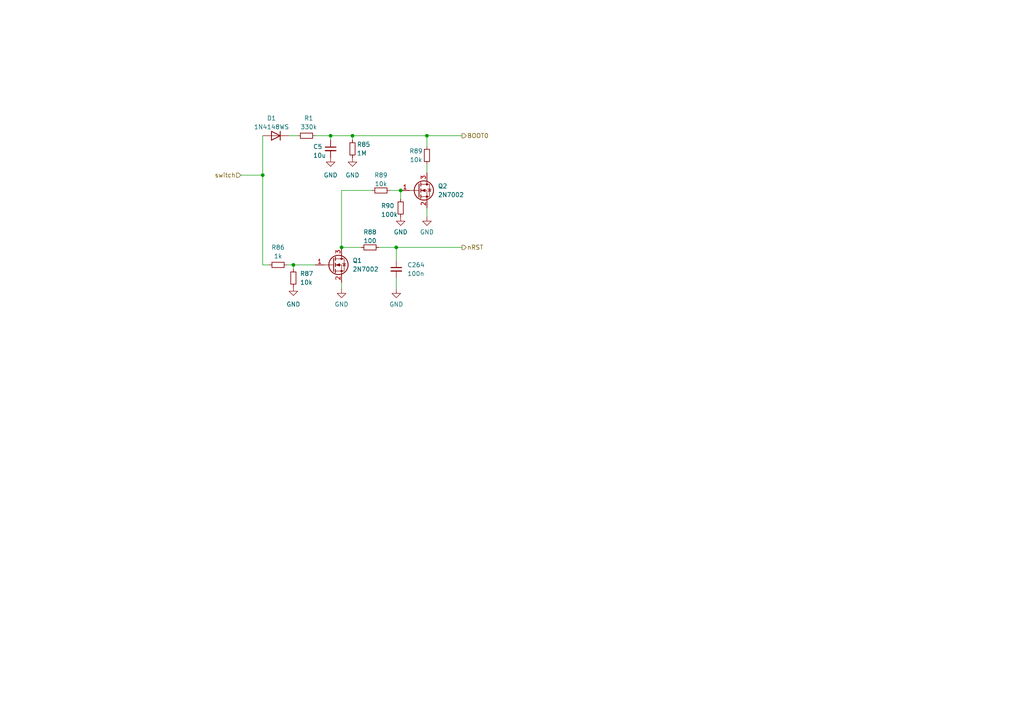
<source format=kicad_sch>
(kicad_sch (version 20230121) (generator eeschema)

  (uuid 848e2597-b974-4607-860e-2a86a8ec5f88)

  (paper "A4")

  (lib_symbols
    (symbol "Device:C_Small" (pin_numbers hide) (pin_names (offset 0.254) hide) (in_bom yes) (on_board yes)
      (property "Reference" "C" (at 0.254 1.778 0)
        (effects (font (size 1.27 1.27)) (justify left))
      )
      (property "Value" "C_Small" (at 0.254 -2.032 0)
        (effects (font (size 1.27 1.27)) (justify left))
      )
      (property "Footprint" "" (at 0 0 0)
        (effects (font (size 1.27 1.27)) hide)
      )
      (property "Datasheet" "~" (at 0 0 0)
        (effects (font (size 1.27 1.27)) hide)
      )
      (property "ki_keywords" "capacitor cap" (at 0 0 0)
        (effects (font (size 1.27 1.27)) hide)
      )
      (property "ki_description" "Unpolarized capacitor, small symbol" (at 0 0 0)
        (effects (font (size 1.27 1.27)) hide)
      )
      (property "ki_fp_filters" "C_*" (at 0 0 0)
        (effects (font (size 1.27 1.27)) hide)
      )
      (symbol "C_Small_0_1"
        (polyline
          (pts
            (xy -1.524 -0.508)
            (xy 1.524 -0.508)
          )
          (stroke (width 0.3302) (type default))
          (fill (type none))
        )
        (polyline
          (pts
            (xy -1.524 0.508)
            (xy 1.524 0.508)
          )
          (stroke (width 0.3048) (type default))
          (fill (type none))
        )
      )
      (symbol "C_Small_1_1"
        (pin passive line (at 0 2.54 270) (length 2.032)
          (name "~" (effects (font (size 1.27 1.27))))
          (number "1" (effects (font (size 1.27 1.27))))
        )
        (pin passive line (at 0 -2.54 90) (length 2.032)
          (name "~" (effects (font (size 1.27 1.27))))
          (number "2" (effects (font (size 1.27 1.27))))
        )
      )
    )
    (symbol "Device:R_Small" (pin_numbers hide) (pin_names (offset 0.254) hide) (in_bom yes) (on_board yes)
      (property "Reference" "R" (at 0.762 0.508 0)
        (effects (font (size 1.27 1.27)) (justify left))
      )
      (property "Value" "R_Small" (at 0.762 -1.016 0)
        (effects (font (size 1.27 1.27)) (justify left))
      )
      (property "Footprint" "" (at 0 0 0)
        (effects (font (size 1.27 1.27)) hide)
      )
      (property "Datasheet" "~" (at 0 0 0)
        (effects (font (size 1.27 1.27)) hide)
      )
      (property "ki_keywords" "R resistor" (at 0 0 0)
        (effects (font (size 1.27 1.27)) hide)
      )
      (property "ki_description" "Resistor, small symbol" (at 0 0 0)
        (effects (font (size 1.27 1.27)) hide)
      )
      (property "ki_fp_filters" "R_*" (at 0 0 0)
        (effects (font (size 1.27 1.27)) hide)
      )
      (symbol "R_Small_0_1"
        (rectangle (start -0.762 1.778) (end 0.762 -1.778)
          (stroke (width 0.2032) (type default))
          (fill (type none))
        )
      )
      (symbol "R_Small_1_1"
        (pin passive line (at 0 2.54 270) (length 0.762)
          (name "~" (effects (font (size 1.27 1.27))))
          (number "1" (effects (font (size 1.27 1.27))))
        )
        (pin passive line (at 0 -2.54 90) (length 0.762)
          (name "~" (effects (font (size 1.27 1.27))))
          (number "2" (effects (font (size 1.27 1.27))))
        )
      )
    )
    (symbol "Diode:1N4148WS" (pin_numbers hide) (pin_names hide) (in_bom yes) (on_board yes)
      (property "Reference" "D" (at 0 2.54 0)
        (effects (font (size 1.27 1.27)))
      )
      (property "Value" "1N4148WS" (at 0 -2.54 0)
        (effects (font (size 1.27 1.27)))
      )
      (property "Footprint" "Diode_SMD:D_SOD-323" (at 0 -4.445 0)
        (effects (font (size 1.27 1.27)) hide)
      )
      (property "Datasheet" "https://www.vishay.com/docs/85751/1n4148ws.pdf" (at 0 0 0)
        (effects (font (size 1.27 1.27)) hide)
      )
      (property "Sim.Device" "D" (at 0 0 0)
        (effects (font (size 1.27 1.27)) hide)
      )
      (property "Sim.Pins" "1=K 2=A" (at 0 0 0)
        (effects (font (size 1.27 1.27)) hide)
      )
      (property "ki_keywords" "diode" (at 0 0 0)
        (effects (font (size 1.27 1.27)) hide)
      )
      (property "ki_description" "75V 0.15A Fast switching Diode, SOD-323" (at 0 0 0)
        (effects (font (size 1.27 1.27)) hide)
      )
      (property "ki_fp_filters" "D*SOD?323*" (at 0 0 0)
        (effects (font (size 1.27 1.27)) hide)
      )
      (symbol "1N4148WS_0_1"
        (polyline
          (pts
            (xy -1.27 1.27)
            (xy -1.27 -1.27)
          )
          (stroke (width 0.254) (type default))
          (fill (type none))
        )
        (polyline
          (pts
            (xy 1.27 0)
            (xy -1.27 0)
          )
          (stroke (width 0) (type default))
          (fill (type none))
        )
        (polyline
          (pts
            (xy 1.27 1.27)
            (xy 1.27 -1.27)
            (xy -1.27 0)
            (xy 1.27 1.27)
          )
          (stroke (width 0.254) (type default))
          (fill (type none))
        )
      )
      (symbol "1N4148WS_1_1"
        (pin passive line (at -3.81 0 0) (length 2.54)
          (name "K" (effects (font (size 1.27 1.27))))
          (number "1" (effects (font (size 1.27 1.27))))
        )
        (pin passive line (at 3.81 0 180) (length 2.54)
          (name "A" (effects (font (size 1.27 1.27))))
          (number "2" (effects (font (size 1.27 1.27))))
        )
      )
    )
    (symbol "Transistor_FET:2N7002" (pin_names hide) (in_bom yes) (on_board yes)
      (property "Reference" "Q" (at 5.08 1.905 0)
        (effects (font (size 1.27 1.27)) (justify left))
      )
      (property "Value" "2N7002" (at 5.08 0 0)
        (effects (font (size 1.27 1.27)) (justify left))
      )
      (property "Footprint" "Package_TO_SOT_SMD:SOT-23" (at 5.08 -1.905 0)
        (effects (font (size 1.27 1.27) italic) (justify left) hide)
      )
      (property "Datasheet" "https://www.onsemi.com/pub/Collateral/NDS7002A-D.PDF" (at 0 0 0)
        (effects (font (size 1.27 1.27)) (justify left) hide)
      )
      (property "ki_keywords" "N-Channel Switching MOSFET" (at 0 0 0)
        (effects (font (size 1.27 1.27)) hide)
      )
      (property "ki_description" "0.115A Id, 60V Vds, N-Channel MOSFET, SOT-23" (at 0 0 0)
        (effects (font (size 1.27 1.27)) hide)
      )
      (property "ki_fp_filters" "SOT?23*" (at 0 0 0)
        (effects (font (size 1.27 1.27)) hide)
      )
      (symbol "2N7002_0_1"
        (polyline
          (pts
            (xy 0.254 0)
            (xy -2.54 0)
          )
          (stroke (width 0) (type default))
          (fill (type none))
        )
        (polyline
          (pts
            (xy 0.254 1.905)
            (xy 0.254 -1.905)
          )
          (stroke (width 0.254) (type default))
          (fill (type none))
        )
        (polyline
          (pts
            (xy 0.762 -1.27)
            (xy 0.762 -2.286)
          )
          (stroke (width 0.254) (type default))
          (fill (type none))
        )
        (polyline
          (pts
            (xy 0.762 0.508)
            (xy 0.762 -0.508)
          )
          (stroke (width 0.254) (type default))
          (fill (type none))
        )
        (polyline
          (pts
            (xy 0.762 2.286)
            (xy 0.762 1.27)
          )
          (stroke (width 0.254) (type default))
          (fill (type none))
        )
        (polyline
          (pts
            (xy 2.54 2.54)
            (xy 2.54 1.778)
          )
          (stroke (width 0) (type default))
          (fill (type none))
        )
        (polyline
          (pts
            (xy 2.54 -2.54)
            (xy 2.54 0)
            (xy 0.762 0)
          )
          (stroke (width 0) (type default))
          (fill (type none))
        )
        (polyline
          (pts
            (xy 0.762 -1.778)
            (xy 3.302 -1.778)
            (xy 3.302 1.778)
            (xy 0.762 1.778)
          )
          (stroke (width 0) (type default))
          (fill (type none))
        )
        (polyline
          (pts
            (xy 1.016 0)
            (xy 2.032 0.381)
            (xy 2.032 -0.381)
            (xy 1.016 0)
          )
          (stroke (width 0) (type default))
          (fill (type outline))
        )
        (polyline
          (pts
            (xy 2.794 0.508)
            (xy 2.921 0.381)
            (xy 3.683 0.381)
            (xy 3.81 0.254)
          )
          (stroke (width 0) (type default))
          (fill (type none))
        )
        (polyline
          (pts
            (xy 3.302 0.381)
            (xy 2.921 -0.254)
            (xy 3.683 -0.254)
            (xy 3.302 0.381)
          )
          (stroke (width 0) (type default))
          (fill (type none))
        )
        (circle (center 1.651 0) (radius 2.794)
          (stroke (width 0.254) (type default))
          (fill (type none))
        )
        (circle (center 2.54 -1.778) (radius 0.254)
          (stroke (width 0) (type default))
          (fill (type outline))
        )
        (circle (center 2.54 1.778) (radius 0.254)
          (stroke (width 0) (type default))
          (fill (type outline))
        )
      )
      (symbol "2N7002_1_1"
        (pin input line (at -5.08 0 0) (length 2.54)
          (name "G" (effects (font (size 1.27 1.27))))
          (number "1" (effects (font (size 1.27 1.27))))
        )
        (pin passive line (at 2.54 -5.08 90) (length 2.54)
          (name "S" (effects (font (size 1.27 1.27))))
          (number "2" (effects (font (size 1.27 1.27))))
        )
        (pin passive line (at 2.54 5.08 270) (length 2.54)
          (name "D" (effects (font (size 1.27 1.27))))
          (number "3" (effects (font (size 1.27 1.27))))
        )
      )
    )
    (symbol "power:GND" (power) (pin_names (offset 0)) (in_bom yes) (on_board yes)
      (property "Reference" "#PWR" (at 0 -6.35 0)
        (effects (font (size 1.27 1.27)) hide)
      )
      (property "Value" "GND" (at 0 -3.81 0)
        (effects (font (size 1.27 1.27)))
      )
      (property "Footprint" "" (at 0 0 0)
        (effects (font (size 1.27 1.27)) hide)
      )
      (property "Datasheet" "" (at 0 0 0)
        (effects (font (size 1.27 1.27)) hide)
      )
      (property "ki_keywords" "global power" (at 0 0 0)
        (effects (font (size 1.27 1.27)) hide)
      )
      (property "ki_description" "Power symbol creates a global label with name \"GND\" , ground" (at 0 0 0)
        (effects (font (size 1.27 1.27)) hide)
      )
      (symbol "GND_0_1"
        (polyline
          (pts
            (xy 0 0)
            (xy 0 -1.27)
            (xy 1.27 -1.27)
            (xy 0 -2.54)
            (xy -1.27 -1.27)
            (xy 0 -1.27)
          )
          (stroke (width 0) (type default))
          (fill (type none))
        )
      )
      (symbol "GND_1_1"
        (pin power_in line (at 0 0 270) (length 0) hide
          (name "GND" (effects (font (size 1.27 1.27))))
          (number "1" (effects (font (size 1.27 1.27))))
        )
      )
    )
  )

  (junction (at 99.06 71.755) (diameter 0) (color 0 0 0 0)
    (uuid 2478734a-1d52-4a73-9979-d54f3870d53b)
  )
  (junction (at 95.885 39.37) (diameter 0) (color 0 0 0 0)
    (uuid 33c4c512-08c5-40b8-b1cd-370e60765580)
  )
  (junction (at 116.205 55.245) (diameter 0) (color 0 0 0 0)
    (uuid bb4ad36c-a31c-4386-a717-610d137428fc)
  )
  (junction (at 76.2 50.8) (diameter 0) (color 0 0 0 0)
    (uuid bd8704a7-51d3-403e-aff3-45ea364c43d9)
  )
  (junction (at 123.825 39.37) (diameter 0) (color 0 0 0 0)
    (uuid dfd9b11d-c799-43e9-9ce8-6cf08d67a494)
  )
  (junction (at 85.09 76.835) (diameter 0) (color 0 0 0 0)
    (uuid e3361ed4-6c1c-4237-bd75-e1a299ae0b89)
  )
  (junction (at 102.235 39.37) (diameter 0) (color 0 0 0 0)
    (uuid f9eacb6a-5011-4aab-95ba-5f2f3b2b5b92)
  )
  (junction (at 114.935 71.755) (diameter 0) (color 0 0 0 0)
    (uuid fb5af72d-38dc-4ecb-b199-cd592d6e41e0)
  )

  (wire (pts (xy 76.2 50.8) (xy 76.2 76.835))
    (stroke (width 0) (type default))
    (uuid 00669ab2-d4d7-468c-8d0f-838a5846580c)
  )
  (wire (pts (xy 123.825 39.37) (xy 102.235 39.37))
    (stroke (width 0) (type default))
    (uuid 05ce029f-faf4-4d77-ba3e-2b3a32e98e72)
  )
  (wire (pts (xy 76.2 76.835) (xy 78.105 76.835))
    (stroke (width 0) (type default))
    (uuid 06965eb4-d132-4c61-a17e-7268c6a2c92b)
  )
  (wire (pts (xy 99.06 83.82) (xy 99.06 81.915))
    (stroke (width 0) (type default))
    (uuid 100520e5-4308-451c-abe1-ceca439a5d55)
  )
  (wire (pts (xy 123.825 39.37) (xy 133.985 39.37))
    (stroke (width 0) (type default))
    (uuid 23152f1e-3758-4259-96d2-2e88c1d688d6)
  )
  (wire (pts (xy 114.935 71.755) (xy 114.935 75.565))
    (stroke (width 0) (type default))
    (uuid 337b5ee0-66a0-4768-ad8b-4417bfacd8dc)
  )
  (wire (pts (xy 95.885 39.37) (xy 95.885 40.64))
    (stroke (width 0) (type default))
    (uuid 3506b2d6-4c01-47d0-ade0-eb1adadcb9ed)
  )
  (wire (pts (xy 86.36 39.37) (xy 83.82 39.37))
    (stroke (width 0) (type default))
    (uuid 3ea3cb67-530f-4c85-9a4f-eb9de0155fa3)
  )
  (wire (pts (xy 123.825 62.865) (xy 123.825 60.325))
    (stroke (width 0) (type default))
    (uuid 46496a79-cabb-4652-8811-344bcad0461e)
  )
  (wire (pts (xy 85.09 76.835) (xy 85.09 78.105))
    (stroke (width 0) (type default))
    (uuid 4e93955f-facf-46c7-b482-50bc245ef04b)
  )
  (wire (pts (xy 102.235 39.37) (xy 95.885 39.37))
    (stroke (width 0) (type default))
    (uuid 53195ca9-8a11-4265-a1de-42d2bd1de463)
  )
  (wire (pts (xy 99.06 55.245) (xy 107.95 55.245))
    (stroke (width 0) (type default))
    (uuid 5f91d58b-3479-4c23-b962-47695fd90a12)
  )
  (wire (pts (xy 116.205 57.785) (xy 116.205 55.245))
    (stroke (width 0) (type default))
    (uuid 6c37634f-e338-48a2-b2d6-ebe499258558)
  )
  (wire (pts (xy 102.235 40.64) (xy 102.235 39.37))
    (stroke (width 0) (type default))
    (uuid 7fe4d8dd-5860-49cd-b72f-dade42654c46)
  )
  (wire (pts (xy 99.06 55.245) (xy 99.06 71.755))
    (stroke (width 0) (type default))
    (uuid 8605a4a1-9e42-4fb4-92a5-810082f88156)
  )
  (wire (pts (xy 114.935 80.645) (xy 114.935 83.82))
    (stroke (width 0) (type default))
    (uuid 8ae9e87a-3d1b-479e-8dc3-ecf81824e55e)
  )
  (wire (pts (xy 69.85 50.8) (xy 76.2 50.8))
    (stroke (width 0) (type default))
    (uuid 9a2090c5-a1aa-40a9-bcb3-3451b9d668a4)
  )
  (wire (pts (xy 109.855 71.755) (xy 114.935 71.755))
    (stroke (width 0) (type default))
    (uuid a8e5ff97-b768-4600-a229-2ab5b4c4fc52)
  )
  (wire (pts (xy 76.2 39.37) (xy 76.2 50.8))
    (stroke (width 0) (type default))
    (uuid b4f2ae4a-6061-4769-ba8c-0a8499dd039d)
  )
  (wire (pts (xy 114.935 71.755) (xy 133.985 71.755))
    (stroke (width 0) (type default))
    (uuid c9f47f01-4289-4269-8380-07ca7b42365b)
  )
  (wire (pts (xy 123.825 47.625) (xy 123.825 50.165))
    (stroke (width 0) (type default))
    (uuid ca84f99f-4a56-4e57-89f9-6bad00ca5c8d)
  )
  (wire (pts (xy 99.06 71.755) (xy 104.775 71.755))
    (stroke (width 0) (type default))
    (uuid d9566ce7-c709-4bb2-bad8-5f419aa0b003)
  )
  (wire (pts (xy 113.03 55.245) (xy 116.205 55.245))
    (stroke (width 0) (type default))
    (uuid df4cfaee-0d8d-4686-b4e7-931445199905)
  )
  (wire (pts (xy 123.825 42.545) (xy 123.825 39.37))
    (stroke (width 0) (type default))
    (uuid ea32b608-c6b9-4176-a54f-2670451e4c9d)
  )
  (wire (pts (xy 85.09 76.835) (xy 91.44 76.835))
    (stroke (width 0) (type default))
    (uuid efc1bbb5-1bae-4bbe-835e-6311c9d71eb0)
  )
  (wire (pts (xy 91.44 39.37) (xy 95.885 39.37))
    (stroke (width 0) (type default))
    (uuid f693d2c2-79d3-4fbe-aa98-f40381c9b2dc)
  )
  (wire (pts (xy 83.185 76.835) (xy 85.09 76.835))
    (stroke (width 0) (type default))
    (uuid f70aa731-2ed0-4910-8cd6-8140db345818)
  )

  (hierarchical_label "nRST" (shape output) (at 133.985 71.755 0) (fields_autoplaced)
    (effects (font (size 1.27 1.27)) (justify left))
    (uuid 2682be64-20cb-416d-8750-4971ccfdd9f6)
  )
  (hierarchical_label "switch" (shape input) (at 69.85 50.8 180) (fields_autoplaced)
    (effects (font (size 1.27 1.27)) (justify right))
    (uuid 5799c47d-394c-46f8-aa23-474509fa517c)
  )
  (hierarchical_label "BOOT0" (shape output) (at 133.985 39.37 0) (fields_autoplaced)
    (effects (font (size 1.27 1.27)) (justify left))
    (uuid 80ff0e4a-cbef-4e88-a850-93d2c5fdf730)
  )

  (symbol (lib_id "power:GND") (at 102.235 45.72 0) (unit 1)
    (in_bom yes) (on_board yes) (dnp no) (fields_autoplaced)
    (uuid 10ea9e1d-78f4-4c9b-a689-cd002c2a6a8c)
    (property "Reference" "#PWR012" (at 102.235 52.07 0)
      (effects (font (size 1.27 1.27)) hide)
    )
    (property "Value" "GND" (at 102.235 50.8 0)
      (effects (font (size 1.27 1.27)))
    )
    (property "Footprint" "" (at 102.235 45.72 0)
      (effects (font (size 1.27 1.27)) hide)
    )
    (property "Datasheet" "" (at 102.235 45.72 0)
      (effects (font (size 1.27 1.27)) hide)
    )
    (pin "1" (uuid 04d07037-da55-4c8d-a142-359cffb239a3))
    (instances
      (project "Arius80-HE"
        (path "/bb706f4b-6d11-4e29-ae30-1a1ffddaf9f4/6349091e-acc6-402a-aa1e-51e6c0263a46"
          (reference "#PWR012") (unit 1)
        )
      )
    )
  )

  (symbol (lib_id "Device:R_Small") (at 110.49 55.245 90) (unit 1)
    (in_bom yes) (on_board yes) (dnp no)
    (uuid 168d78c3-1e7a-4d05-8c83-3bbfb24884c0)
    (property "Reference" "R89" (at 110.49 50.8 90)
      (effects (font (size 1.27 1.27)))
    )
    (property "Value" "10k" (at 110.49 53.34 90)
      (effects (font (size 1.27 1.27)))
    )
    (property "Footprint" "Resistor_SMD:R_0402_1005Metric" (at 110.49 55.245 0)
      (effects (font (size 1.27 1.27)) hide)
    )
    (property "Datasheet" "~" (at 110.49 55.245 0)
      (effects (font (size 1.27 1.27)) hide)
    )
    (pin "1" (uuid aa7e91b6-ba2b-423a-923c-d9137a5c6fb4))
    (pin "2" (uuid d0438576-5e25-48ec-9234-ab20a741d9a8))
    (instances
      (project "Arius80-HE"
        (path "/bb706f4b-6d11-4e29-ae30-1a1ffddaf9f4"
          (reference "R89") (unit 1)
        )
        (path "/bb706f4b-6d11-4e29-ae30-1a1ffddaf9f4/6349091e-acc6-402a-aa1e-51e6c0263a46"
          (reference "R92") (unit 1)
        )
      )
    )
  )

  (symbol (lib_id "power:GND") (at 114.935 83.82 0) (unit 1)
    (in_bom yes) (on_board yes) (dnp no) (fields_autoplaced)
    (uuid 26830ae0-f747-4215-96a9-15565744eaf4)
    (property "Reference" "#PWR0615" (at 114.935 90.17 0)
      (effects (font (size 1.27 1.27)) hide)
    )
    (property "Value" "GND" (at 114.935 88.265 0)
      (effects (font (size 1.27 1.27)))
    )
    (property "Footprint" "" (at 114.935 83.82 0)
      (effects (font (size 1.27 1.27)) hide)
    )
    (property "Datasheet" "" (at 114.935 83.82 0)
      (effects (font (size 1.27 1.27)) hide)
    )
    (pin "1" (uuid 2de00e6d-e76d-46b1-b91a-3861b689bd3f))
    (instances
      (project "Arius80-HE"
        (path "/bb706f4b-6d11-4e29-ae30-1a1ffddaf9f4"
          (reference "#PWR0615") (unit 1)
        )
        (path "/bb706f4b-6d11-4e29-ae30-1a1ffddaf9f4/6349091e-acc6-402a-aa1e-51e6c0263a46"
          (reference "#PWR0389") (unit 1)
        )
      )
    )
  )

  (symbol (lib_id "power:GND") (at 85.09 83.185 0) (unit 1)
    (in_bom yes) (on_board yes) (dnp no) (fields_autoplaced)
    (uuid 31f42d44-b55e-47e2-9f3c-9ebb42e89873)
    (property "Reference" "#PWR0614" (at 85.09 89.535 0)
      (effects (font (size 1.27 1.27)) hide)
    )
    (property "Value" "GND" (at 85.09 88.265 0)
      (effects (font (size 1.27 1.27)))
    )
    (property "Footprint" "" (at 85.09 83.185 0)
      (effects (font (size 1.27 1.27)) hide)
    )
    (property "Datasheet" "" (at 85.09 83.185 0)
      (effects (font (size 1.27 1.27)) hide)
    )
    (pin "1" (uuid 9b0ef630-eb04-473f-b447-37fe99697441))
    (instances
      (project "Arius80-HE"
        (path "/bb706f4b-6d11-4e29-ae30-1a1ffddaf9f4"
          (reference "#PWR0614") (unit 1)
        )
        (path "/bb706f4b-6d11-4e29-ae30-1a1ffddaf9f4/6349091e-acc6-402a-aa1e-51e6c0263a46"
          (reference "#PWR0387") (unit 1)
        )
      )
    )
  )

  (symbol (lib_id "Transistor_FET:2N7002") (at 121.285 55.245 0) (unit 1)
    (in_bom yes) (on_board yes) (dnp no) (fields_autoplaced)
    (uuid 3a082535-fad9-4ef7-92fb-022597c94f89)
    (property "Reference" "Q2" (at 127 53.975 0)
      (effects (font (size 1.27 1.27)) (justify left))
    )
    (property "Value" "2N7002" (at 127 56.515 0)
      (effects (font (size 1.27 1.27)) (justify left))
    )
    (property "Footprint" "Package_TO_SOT_SMD:SOT-23" (at 126.365 57.15 0)
      (effects (font (size 1.27 1.27) italic) (justify left) hide)
    )
    (property "Datasheet" "https://www.onsemi.com/pub/Collateral/NDS7002A-D.PDF" (at 121.285 55.245 0)
      (effects (font (size 1.27 1.27)) (justify left) hide)
    )
    (pin "1" (uuid 39e81baa-d1ef-40f5-9e0a-bd16fb512edb))
    (pin "2" (uuid 43a6cf32-c65e-4425-92ff-5fcda21ce91e))
    (pin "3" (uuid b3c7fe61-b20b-4f15-bee9-aa6b83094d05))
    (instances
      (project "Arius80-HE"
        (path "/bb706f4b-6d11-4e29-ae30-1a1ffddaf9f4"
          (reference "Q2") (unit 1)
        )
        (path "/bb706f4b-6d11-4e29-ae30-1a1ffddaf9f4/6349091e-acc6-402a-aa1e-51e6c0263a46"
          (reference "Q1") (unit 1)
        )
      )
    )
  )

  (symbol (lib_id "Device:R_Small") (at 88.9 39.37 90) (unit 1)
    (in_bom yes) (on_board yes) (dnp no)
    (uuid 3a31e901-1ff7-41f3-9253-d764f2bb2293)
    (property "Reference" "R1" (at 89.535 34.29 90)
      (effects (font (size 1.27 1.27)))
    )
    (property "Value" "330k" (at 89.535 36.83 90)
      (effects (font (size 1.27 1.27)))
    )
    (property "Footprint" "Resistor_SMD:R_0603_1608Metric" (at 88.9 39.37 0)
      (effects (font (size 1.27 1.27)) hide)
    )
    (property "Datasheet" "~" (at 88.9 39.37 0)
      (effects (font (size 1.27 1.27)) hide)
    )
    (pin "1" (uuid 10238b3e-4b1b-4b41-827f-4070b68d6fbc))
    (pin "2" (uuid 6c9d3b16-b5b1-4297-9edd-ca02d5bd578e))
    (instances
      (project "Arius80-HE"
        (path "/bb706f4b-6d11-4e29-ae30-1a1ffddaf9f4"
          (reference "R1") (unit 1)
        )
        (path "/bb706f4b-6d11-4e29-ae30-1a1ffddaf9f4/6349091e-acc6-402a-aa1e-51e6c0263a46"
          (reference "R89") (unit 1)
        )
      )
    )
  )

  (symbol (lib_id "Device:C_Small") (at 95.885 43.18 0) (unit 1)
    (in_bom yes) (on_board yes) (dnp no)
    (uuid 3aca01a3-439b-491e-8497-32fa44636013)
    (property "Reference" "C5" (at 90.805 42.545 0)
      (effects (font (size 1.27 1.27)) (justify left))
    )
    (property "Value" "10u" (at 90.805 45.085 0)
      (effects (font (size 1.27 1.27)) (justify left))
    )
    (property "Footprint" "Capacitor_SMD:C_1206_3216Metric" (at 95.885 43.18 0)
      (effects (font (size 1.27 1.27)) hide)
    )
    (property "Datasheet" "~" (at 95.885 43.18 0)
      (effects (font (size 1.27 1.27)) hide)
    )
    (pin "1" (uuid cee6ba4e-3d41-46df-b136-be088ad802e0))
    (pin "2" (uuid c37a379b-f800-4040-9b36-9b8a0110685d))
    (instances
      (project "Arius80-HE"
        (path "/bb706f4b-6d11-4e29-ae30-1a1ffddaf9f4"
          (reference "C5") (unit 1)
        )
        (path "/bb706f4b-6d11-4e29-ae30-1a1ffddaf9f4/6349091e-acc6-402a-aa1e-51e6c0263a46"
          (reference "C191") (unit 1)
        )
      )
    )
  )

  (symbol (lib_id "Device:R_Small") (at 116.205 60.325 0) (unit 1)
    (in_bom yes) (on_board yes) (dnp no)
    (uuid 5debd637-1f66-4c9f-95ad-aff63cbdc39f)
    (property "Reference" "R90" (at 110.49 59.69 0)
      (effects (font (size 1.27 1.27)) (justify left))
    )
    (property "Value" "100k" (at 110.49 62.23 0)
      (effects (font (size 1.27 1.27)) (justify left))
    )
    (property "Footprint" "Resistor_SMD:R_0402_1005Metric" (at 116.205 60.325 0)
      (effects (font (size 1.27 1.27)) hide)
    )
    (property "Datasheet" "~" (at 116.205 60.325 0)
      (effects (font (size 1.27 1.27)) hide)
    )
    (pin "1" (uuid 9bc4e084-6acc-472a-aa51-37a20b29bbd3))
    (pin "2" (uuid 0060c4f8-a500-46f3-9d88-65228822d5af))
    (instances
      (project "Arius80-HE"
        (path "/bb706f4b-6d11-4e29-ae30-1a1ffddaf9f4"
          (reference "R90") (unit 1)
        )
        (path "/bb706f4b-6d11-4e29-ae30-1a1ffddaf9f4/6349091e-acc6-402a-aa1e-51e6c0263a46"
          (reference "R93") (unit 1)
        )
      )
    )
  )

  (symbol (lib_id "Device:R_Small") (at 80.645 76.835 90) (unit 1)
    (in_bom yes) (on_board yes) (dnp no) (fields_autoplaced)
    (uuid 6527d9f4-17b4-413f-9a95-1d29a24f5a06)
    (property "Reference" "R86" (at 80.645 71.755 90)
      (effects (font (size 1.27 1.27)))
    )
    (property "Value" "1k" (at 80.645 74.295 90)
      (effects (font (size 1.27 1.27)))
    )
    (property "Footprint" "Resistor_SMD:R_0402_1005Metric" (at 80.645 76.835 0)
      (effects (font (size 1.27 1.27)) hide)
    )
    (property "Datasheet" "~" (at 80.645 76.835 0)
      (effects (font (size 1.27 1.27)) hide)
    )
    (pin "1" (uuid aa1ccf0f-f2a3-43d6-8a09-b6e5a263336f))
    (pin "2" (uuid 21734eb0-c081-465c-8ced-92ab1990a7d3))
    (instances
      (project "Arius80-HE"
        (path "/bb706f4b-6d11-4e29-ae30-1a1ffddaf9f4"
          (reference "R86") (unit 1)
        )
        (path "/bb706f4b-6d11-4e29-ae30-1a1ffddaf9f4/6349091e-acc6-402a-aa1e-51e6c0263a46"
          (reference "R95") (unit 1)
        )
      )
    )
  )

  (symbol (lib_id "Transistor_FET:2N7002") (at 96.52 76.835 0) (unit 1)
    (in_bom yes) (on_board yes) (dnp no) (fields_autoplaced)
    (uuid 7bf49944-9cf4-4259-ba3a-179ebffd39d3)
    (property "Reference" "Q1" (at 102.235 75.565 0)
      (effects (font (size 1.27 1.27)) (justify left))
    )
    (property "Value" "2N7002" (at 102.235 78.105 0)
      (effects (font (size 1.27 1.27)) (justify left))
    )
    (property "Footprint" "Package_TO_SOT_SMD:SOT-23" (at 101.6 78.74 0)
      (effects (font (size 1.27 1.27) italic) (justify left) hide)
    )
    (property "Datasheet" "https://www.onsemi.com/pub/Collateral/NDS7002A-D.PDF" (at 96.52 76.835 0)
      (effects (font (size 1.27 1.27)) (justify left) hide)
    )
    (pin "1" (uuid d0d27d91-d873-4ae4-a809-078ed35f17dd))
    (pin "2" (uuid 5f82bd4e-9838-41b5-b5b0-9657c6e62a94))
    (pin "3" (uuid 5a5be932-4702-46d1-baf5-11077e8d6d69))
    (instances
      (project "Arius80-HE"
        (path "/bb706f4b-6d11-4e29-ae30-1a1ffddaf9f4"
          (reference "Q1") (unit 1)
        )
        (path "/bb706f4b-6d11-4e29-ae30-1a1ffddaf9f4/6349091e-acc6-402a-aa1e-51e6c0263a46"
          (reference "Q2") (unit 1)
        )
      )
    )
  )

  (symbol (lib_id "Device:R_Small") (at 107.315 71.755 90) (unit 1)
    (in_bom yes) (on_board yes) (dnp no)
    (uuid 82839b38-e402-474e-b6fa-a712def1d1db)
    (property "Reference" "R88" (at 107.315 67.31 90)
      (effects (font (size 1.27 1.27)))
    )
    (property "Value" "100" (at 107.315 69.85 90)
      (effects (font (size 1.27 1.27)))
    )
    (property "Footprint" "Resistor_SMD:R_0402_1005Metric" (at 107.315 71.755 0)
      (effects (font (size 1.27 1.27)) hide)
    )
    (property "Datasheet" "~" (at 107.315 71.755 0)
      (effects (font (size 1.27 1.27)) hide)
    )
    (pin "1" (uuid de95e92b-efce-4078-a49e-1cd052d32236))
    (pin "2" (uuid 2d2cd966-884c-45ba-aba8-4369ecfa1c5d))
    (instances
      (project "Arius80-HE"
        (path "/bb706f4b-6d11-4e29-ae30-1a1ffddaf9f4"
          (reference "R88") (unit 1)
        )
        (path "/bb706f4b-6d11-4e29-ae30-1a1ffddaf9f4/6349091e-acc6-402a-aa1e-51e6c0263a46"
          (reference "R94") (unit 1)
        )
      )
    )
  )

  (symbol (lib_id "power:GND") (at 95.885 45.72 0) (unit 1)
    (in_bom yes) (on_board yes) (dnp no) (fields_autoplaced)
    (uuid 8f86d573-7c0d-4fff-8bf9-faf69d2a5945)
    (property "Reference" "#PWR011" (at 95.885 52.07 0)
      (effects (font (size 1.27 1.27)) hide)
    )
    (property "Value" "GND" (at 95.885 50.8 0)
      (effects (font (size 1.27 1.27)))
    )
    (property "Footprint" "" (at 95.885 45.72 0)
      (effects (font (size 1.27 1.27)) hide)
    )
    (property "Datasheet" "" (at 95.885 45.72 0)
      (effects (font (size 1.27 1.27)) hide)
    )
    (pin "1" (uuid b9adff6c-551f-4f5f-9afe-b88bdbab8757))
    (instances
      (project "Arius80-HE"
        (path "/bb706f4b-6d11-4e29-ae30-1a1ffddaf9f4/6349091e-acc6-402a-aa1e-51e6c0263a46"
          (reference "#PWR011") (unit 1)
        )
      )
    )
  )

  (symbol (lib_id "power:GND") (at 116.205 62.865 0) (unit 1)
    (in_bom yes) (on_board yes) (dnp no) (fields_autoplaced)
    (uuid ab4c76d3-866a-41a7-8346-f8d928f7ea4b)
    (property "Reference" "#PWR0616" (at 116.205 69.215 0)
      (effects (font (size 1.27 1.27)) hide)
    )
    (property "Value" "GND" (at 116.205 67.31 0)
      (effects (font (size 1.27 1.27)))
    )
    (property "Footprint" "" (at 116.205 62.865 0)
      (effects (font (size 1.27 1.27)) hide)
    )
    (property "Datasheet" "" (at 116.205 62.865 0)
      (effects (font (size 1.27 1.27)) hide)
    )
    (pin "1" (uuid fd3a88cb-5dc3-4b96-ac4b-5a9e9eb6ab6d))
    (instances
      (project "Arius80-HE"
        (path "/bb706f4b-6d11-4e29-ae30-1a1ffddaf9f4"
          (reference "#PWR0616") (unit 1)
        )
        (path "/bb706f4b-6d11-4e29-ae30-1a1ffddaf9f4/6349091e-acc6-402a-aa1e-51e6c0263a46"
          (reference "#PWR013") (unit 1)
        )
      )
    )
  )

  (symbol (lib_id "Device:R_Small") (at 102.235 43.18 0) (unit 1)
    (in_bom yes) (on_board yes) (dnp no)
    (uuid af0b95ea-2275-4d4f-8f86-d6cf4e40dd50)
    (property "Reference" "R85" (at 103.505 41.91 0)
      (effects (font (size 1.27 1.27)) (justify left))
    )
    (property "Value" "1M" (at 103.505 44.45 0)
      (effects (font (size 1.27 1.27)) (justify left))
    )
    (property "Footprint" "Resistor_SMD:R_0402_1005Metric" (at 102.235 43.18 0)
      (effects (font (size 1.27 1.27)) hide)
    )
    (property "Datasheet" "~" (at 102.235 43.18 0)
      (effects (font (size 1.27 1.27)) hide)
    )
    (pin "1" (uuid b56b3801-f82a-4f7c-ba8f-45207ea804bb))
    (pin "2" (uuid 9255b91b-bb0f-47f0-a245-317a4c0b253e))
    (instances
      (project "Arius80-HE"
        (path "/bb706f4b-6d11-4e29-ae30-1a1ffddaf9f4"
          (reference "R85") (unit 1)
        )
        (path "/bb706f4b-6d11-4e29-ae30-1a1ffddaf9f4/6349091e-acc6-402a-aa1e-51e6c0263a46"
          (reference "R90") (unit 1)
        )
      )
    )
  )

  (symbol (lib_id "Device:C_Small") (at 114.935 78.105 0) (unit 1)
    (in_bom yes) (on_board yes) (dnp no) (fields_autoplaced)
    (uuid b1761a3d-5632-47ec-8637-1c29d005d96c)
    (property "Reference" "C264" (at 118.11 76.8413 0)
      (effects (font (size 1.27 1.27)) (justify left))
    )
    (property "Value" "100n" (at 118.11 79.3813 0)
      (effects (font (size 1.27 1.27)) (justify left))
    )
    (property "Footprint" "Capacitor_SMD:C_0402_1005Metric" (at 114.935 78.105 0)
      (effects (font (size 1.27 1.27)) hide)
    )
    (property "Datasheet" "~" (at 114.935 78.105 0)
      (effects (font (size 1.27 1.27)) hide)
    )
    (pin "1" (uuid cd690bae-e6ec-4be0-8f3b-58ec3b3a87d8))
    (pin "2" (uuid 7cac4ed2-a29c-4aef-941a-29271b0926ee))
    (instances
      (project "Arius80-HE"
        (path "/bb706f4b-6d11-4e29-ae30-1a1ffddaf9f4"
          (reference "C264") (unit 1)
        )
        (path "/bb706f4b-6d11-4e29-ae30-1a1ffddaf9f4/6349091e-acc6-402a-aa1e-51e6c0263a46"
          (reference "C192") (unit 1)
        )
      )
    )
  )

  (symbol (lib_id "power:GND") (at 123.825 62.865 0) (unit 1)
    (in_bom yes) (on_board yes) (dnp no) (fields_autoplaced)
    (uuid c264c763-3248-4acf-ab27-6a6924565d70)
    (property "Reference" "#PWR0616" (at 123.825 69.215 0)
      (effects (font (size 1.27 1.27)) hide)
    )
    (property "Value" "GND" (at 123.825 67.31 0)
      (effects (font (size 1.27 1.27)))
    )
    (property "Footprint" "" (at 123.825 62.865 0)
      (effects (font (size 1.27 1.27)) hide)
    )
    (property "Datasheet" "" (at 123.825 62.865 0)
      (effects (font (size 1.27 1.27)) hide)
    )
    (pin "1" (uuid e27f08ac-1ff2-469b-8f1a-6a634cb8bc47))
    (instances
      (project "Arius80-HE"
        (path "/bb706f4b-6d11-4e29-ae30-1a1ffddaf9f4"
          (reference "#PWR0616") (unit 1)
        )
        (path "/bb706f4b-6d11-4e29-ae30-1a1ffddaf9f4/6349091e-acc6-402a-aa1e-51e6c0263a46"
          (reference "#PWR0386") (unit 1)
        )
      )
    )
  )

  (symbol (lib_id "Device:R_Small") (at 123.825 45.085 180) (unit 1)
    (in_bom yes) (on_board yes) (dnp no)
    (uuid c94957d8-782d-42df-b99d-2f54fc32d0cc)
    (property "Reference" "R89" (at 120.65 43.815 0)
      (effects (font (size 1.27 1.27)))
    )
    (property "Value" "10k" (at 120.65 46.355 0)
      (effects (font (size 1.27 1.27)))
    )
    (property "Footprint" "Resistor_SMD:R_0402_1005Metric" (at 123.825 45.085 0)
      (effects (font (size 1.27 1.27)) hide)
    )
    (property "Datasheet" "~" (at 123.825 45.085 0)
      (effects (font (size 1.27 1.27)) hide)
    )
    (pin "1" (uuid 0c76443d-c12f-4430-b0d8-3ff1300c7a7e))
    (pin "2" (uuid 895667e9-6929-4557-ab73-f456d24979bc))
    (instances
      (project "Arius80-HE"
        (path "/bb706f4b-6d11-4e29-ae30-1a1ffddaf9f4"
          (reference "R89") (unit 1)
        )
        (path "/bb706f4b-6d11-4e29-ae30-1a1ffddaf9f4/6349091e-acc6-402a-aa1e-51e6c0263a46"
          (reference "R91") (unit 1)
        )
      )
    )
  )

  (symbol (lib_id "Device:R_Small") (at 85.09 80.645 0) (unit 1)
    (in_bom yes) (on_board yes) (dnp no) (fields_autoplaced)
    (uuid cbe4b3fa-6ad8-4028-ac33-20e0cb76e5b1)
    (property "Reference" "R87" (at 86.995 79.375 0)
      (effects (font (size 1.27 1.27)) (justify left))
    )
    (property "Value" "10k" (at 86.995 81.915 0)
      (effects (font (size 1.27 1.27)) (justify left))
    )
    (property "Footprint" "Resistor_SMD:R_0402_1005Metric" (at 85.09 80.645 0)
      (effects (font (size 1.27 1.27)) hide)
    )
    (property "Datasheet" "~" (at 85.09 80.645 0)
      (effects (font (size 1.27 1.27)) hide)
    )
    (pin "1" (uuid 9172e170-4f47-4323-acd5-7ab4c812e2b9))
    (pin "2" (uuid b38b1a2a-da4f-49b3-bf86-044213ce10a0))
    (instances
      (project "Arius80-HE"
        (path "/bb706f4b-6d11-4e29-ae30-1a1ffddaf9f4"
          (reference "R87") (unit 1)
        )
        (path "/bb706f4b-6d11-4e29-ae30-1a1ffddaf9f4/6349091e-acc6-402a-aa1e-51e6c0263a46"
          (reference "R96") (unit 1)
        )
      )
    )
  )

  (symbol (lib_id "Diode:1N4148WS") (at 80.01 39.37 180) (unit 1)
    (in_bom yes) (on_board yes) (dnp no)
    (uuid d0303b8c-14ce-41a8-9763-ec272000e640)
    (property "Reference" "D1" (at 78.74 34.29 0)
      (effects (font (size 1.27 1.27)))
    )
    (property "Value" "1N4148WS" (at 78.74 36.83 0)
      (effects (font (size 1.27 1.27)))
    )
    (property "Footprint" "Diode_SMD:D_SOD-323" (at 80.01 34.925 0)
      (effects (font (size 1.27 1.27)) hide)
    )
    (property "Datasheet" "https://www.vishay.com/docs/85751/1n4148ws.pdf" (at 80.01 39.37 0)
      (effects (font (size 1.27 1.27)) hide)
    )
    (property "Sim.Device" "D" (at 80.01 39.37 0)
      (effects (font (size 1.27 1.27)) hide)
    )
    (property "Sim.Pins" "1=K 2=A" (at 80.01 39.37 0)
      (effects (font (size 1.27 1.27)) hide)
    )
    (pin "1" (uuid e66956ea-aa4e-41f7-ab4d-bcc1f62249d3))
    (pin "2" (uuid 1e908824-8bb2-49d5-a03b-8aa8d3360e94))
    (instances
      (project "Arius80-HE"
        (path "/bb706f4b-6d11-4e29-ae30-1a1ffddaf9f4"
          (reference "D1") (unit 1)
        )
        (path "/bb706f4b-6d11-4e29-ae30-1a1ffddaf9f4/6349091e-acc6-402a-aa1e-51e6c0263a46"
          (reference "D1") (unit 1)
        )
      )
    )
  )

  (symbol (lib_id "power:GND") (at 99.06 83.82 0) (unit 1)
    (in_bom yes) (on_board yes) (dnp no) (fields_autoplaced)
    (uuid e45d98ae-cf04-457c-9ae9-ece64690ee9b)
    (property "Reference" "#PWR0613" (at 99.06 90.17 0)
      (effects (font (size 1.27 1.27)) hide)
    )
    (property "Value" "GND" (at 99.06 88.265 0)
      (effects (font (size 1.27 1.27)))
    )
    (property "Footprint" "" (at 99.06 83.82 0)
      (effects (font (size 1.27 1.27)) hide)
    )
    (property "Datasheet" "" (at 99.06 83.82 0)
      (effects (font (size 1.27 1.27)) hide)
    )
    (pin "1" (uuid e65dd9af-c350-466f-bc0d-d7dc917f1df1))
    (instances
      (project "Arius80-HE"
        (path "/bb706f4b-6d11-4e29-ae30-1a1ffddaf9f4"
          (reference "#PWR0613") (unit 1)
        )
        (path "/bb706f4b-6d11-4e29-ae30-1a1ffddaf9f4/6349091e-acc6-402a-aa1e-51e6c0263a46"
          (reference "#PWR0388") (unit 1)
        )
      )
    )
  )
)

</source>
